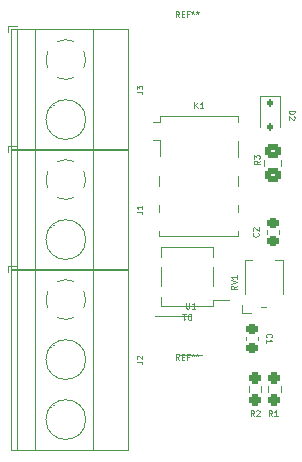
<source format=gbr>
%TF.GenerationSoftware,KiCad,Pcbnew,7.0.10*%
%TF.CreationDate,2024-02-14T16:45:12+01:00*%
%TF.ProjectId,turningLoopLDR,7475726e-696e-4674-9c6f-6f704c44522e,rev?*%
%TF.SameCoordinates,Original*%
%TF.FileFunction,Legend,Top*%
%TF.FilePolarity,Positive*%
%FSLAX46Y46*%
G04 Gerber Fmt 4.6, Leading zero omitted, Abs format (unit mm)*
G04 Created by KiCad (PCBNEW 7.0.10) date 2024-02-14 16:45:12*
%MOMM*%
%LPD*%
G01*
G04 APERTURE LIST*
G04 Aperture macros list*
%AMRoundRect*
0 Rectangle with rounded corners*
0 $1 Rounding radius*
0 $2 $3 $4 $5 $6 $7 $8 $9 X,Y pos of 4 corners*
0 Add a 4 corners polygon primitive as box body*
4,1,4,$2,$3,$4,$5,$6,$7,$8,$9,$2,$3,0*
0 Add four circle primitives for the rounded corners*
1,1,$1+$1,$2,$3*
1,1,$1+$1,$4,$5*
1,1,$1+$1,$6,$7*
1,1,$1+$1,$8,$9*
0 Add four rect primitives between the rounded corners*
20,1,$1+$1,$2,$3,$4,$5,0*
20,1,$1+$1,$4,$5,$6,$7,0*
20,1,$1+$1,$6,$7,$8,$9,0*
20,1,$1+$1,$8,$9,$2,$3,0*%
G04 Aperture macros list end*
%ADD10C,0.075000*%
%ADD11C,0.120000*%
%ADD12C,3.200000*%
%ADD13R,1.450000X0.450000*%
%ADD14R,1.200000X1.200000*%
%ADD15R,1.600000X1.500000*%
%ADD16RoundRect,0.250000X0.450000X-0.350000X0.450000X0.350000X-0.450000X0.350000X-0.450000X-0.350000X0*%
%ADD17RoundRect,0.237500X0.237500X-0.250000X0.237500X0.250000X-0.237500X0.250000X-0.237500X-0.250000X0*%
%ADD18R,1.800000X0.800000*%
%ADD19R,2.600000X2.600000*%
%ADD20C,2.600000*%
%ADD21RoundRect,0.112500X-0.112500X0.187500X-0.112500X-0.187500X0.112500X-0.187500X0.112500X0.187500X0*%
%ADD22R,1.000000X0.800000*%
%ADD23RoundRect,0.225000X0.250000X-0.225000X0.250000X0.225000X-0.250000X0.225000X-0.250000X-0.225000X0*%
%ADD24RoundRect,0.225000X-0.250000X0.225000X-0.250000X-0.225000X0.250000X-0.225000X0.250000X0.225000X0*%
G04 APERTURE END LIST*
D10*
X191833333Y-160027409D02*
X191666667Y-159789314D01*
X191547619Y-160027409D02*
X191547619Y-159527409D01*
X191547619Y-159527409D02*
X191738095Y-159527409D01*
X191738095Y-159527409D02*
X191785714Y-159551219D01*
X191785714Y-159551219D02*
X191809524Y-159575028D01*
X191809524Y-159575028D02*
X191833333Y-159622647D01*
X191833333Y-159622647D02*
X191833333Y-159694076D01*
X191833333Y-159694076D02*
X191809524Y-159741695D01*
X191809524Y-159741695D02*
X191785714Y-159765504D01*
X191785714Y-159765504D02*
X191738095Y-159789314D01*
X191738095Y-159789314D02*
X191547619Y-159789314D01*
X192047619Y-159765504D02*
X192214286Y-159765504D01*
X192285714Y-160027409D02*
X192047619Y-160027409D01*
X192047619Y-160027409D02*
X192047619Y-159527409D01*
X192047619Y-159527409D02*
X192285714Y-159527409D01*
X192666667Y-159765504D02*
X192500000Y-159765504D01*
X192500000Y-160027409D02*
X192500000Y-159527409D01*
X192500000Y-159527409D02*
X192738095Y-159527409D01*
X193000000Y-159527409D02*
X193000000Y-159646457D01*
X192880952Y-159598838D02*
X193000000Y-159646457D01*
X193000000Y-159646457D02*
X193119047Y-159598838D01*
X192928571Y-159741695D02*
X193000000Y-159646457D01*
X193000000Y-159646457D02*
X193071428Y-159741695D01*
X193380952Y-159527409D02*
X193380952Y-159646457D01*
X193261904Y-159598838D02*
X193380952Y-159646457D01*
X193380952Y-159646457D02*
X193499999Y-159598838D01*
X193309523Y-159741695D02*
X193380952Y-159646457D01*
X193380952Y-159646457D02*
X193452380Y-159741695D01*
X191833333Y-131027409D02*
X191666667Y-130789314D01*
X191547619Y-131027409D02*
X191547619Y-130527409D01*
X191547619Y-130527409D02*
X191738095Y-130527409D01*
X191738095Y-130527409D02*
X191785714Y-130551219D01*
X191785714Y-130551219D02*
X191809524Y-130575028D01*
X191809524Y-130575028D02*
X191833333Y-130622647D01*
X191833333Y-130622647D02*
X191833333Y-130694076D01*
X191833333Y-130694076D02*
X191809524Y-130741695D01*
X191809524Y-130741695D02*
X191785714Y-130765504D01*
X191785714Y-130765504D02*
X191738095Y-130789314D01*
X191738095Y-130789314D02*
X191547619Y-130789314D01*
X192047619Y-130765504D02*
X192214286Y-130765504D01*
X192285714Y-131027409D02*
X192047619Y-131027409D01*
X192047619Y-131027409D02*
X192047619Y-130527409D01*
X192047619Y-130527409D02*
X192285714Y-130527409D01*
X192666667Y-130765504D02*
X192500000Y-130765504D01*
X192500000Y-131027409D02*
X192500000Y-130527409D01*
X192500000Y-130527409D02*
X192738095Y-130527409D01*
X193000000Y-130527409D02*
X193000000Y-130646457D01*
X192880952Y-130598838D02*
X193000000Y-130646457D01*
X193000000Y-130646457D02*
X193119047Y-130598838D01*
X192928571Y-130741695D02*
X193000000Y-130646457D01*
X193000000Y-130646457D02*
X193071428Y-130741695D01*
X193380952Y-130527409D02*
X193380952Y-130646457D01*
X193261904Y-130598838D02*
X193380952Y-130646457D01*
X193380952Y-130646457D02*
X193499999Y-130598838D01*
X193309523Y-130741695D02*
X193380952Y-130646457D01*
X193380952Y-130646457D02*
X193452380Y-130741695D01*
X192419047Y-155202409D02*
X192419047Y-155607171D01*
X192419047Y-155607171D02*
X192442857Y-155654790D01*
X192442857Y-155654790D02*
X192466666Y-155678600D01*
X192466666Y-155678600D02*
X192514285Y-155702409D01*
X192514285Y-155702409D02*
X192609523Y-155702409D01*
X192609523Y-155702409D02*
X192657142Y-155678600D01*
X192657142Y-155678600D02*
X192680952Y-155654790D01*
X192680952Y-155654790D02*
X192704761Y-155607171D01*
X192704761Y-155607171D02*
X192704761Y-155202409D01*
X193204762Y-155702409D02*
X192919048Y-155702409D01*
X193061905Y-155702409D02*
X193061905Y-155202409D01*
X193061905Y-155202409D02*
X193014286Y-155273838D01*
X193014286Y-155273838D02*
X192966667Y-155321457D01*
X192966667Y-155321457D02*
X192919048Y-155345266D01*
X196727409Y-153797618D02*
X196489314Y-153964284D01*
X196727409Y-154083332D02*
X196227409Y-154083332D01*
X196227409Y-154083332D02*
X196227409Y-153892856D01*
X196227409Y-153892856D02*
X196251219Y-153845237D01*
X196251219Y-153845237D02*
X196275028Y-153821427D01*
X196275028Y-153821427D02*
X196322647Y-153797618D01*
X196322647Y-153797618D02*
X196394076Y-153797618D01*
X196394076Y-153797618D02*
X196441695Y-153821427D01*
X196441695Y-153821427D02*
X196465504Y-153845237D01*
X196465504Y-153845237D02*
X196489314Y-153892856D01*
X196489314Y-153892856D02*
X196489314Y-154083332D01*
X196227409Y-153654760D02*
X196727409Y-153488094D01*
X196727409Y-153488094D02*
X196227409Y-153321427D01*
X196727409Y-152892856D02*
X196727409Y-153178570D01*
X196727409Y-153035713D02*
X196227409Y-153035713D01*
X196227409Y-153035713D02*
X196298838Y-153083332D01*
X196298838Y-153083332D02*
X196346457Y-153130951D01*
X196346457Y-153130951D02*
X196370266Y-153178570D01*
X198665409Y-143183333D02*
X198427314Y-143349999D01*
X198665409Y-143469047D02*
X198165409Y-143469047D01*
X198165409Y-143469047D02*
X198165409Y-143278571D01*
X198165409Y-143278571D02*
X198189219Y-143230952D01*
X198189219Y-143230952D02*
X198213028Y-143207142D01*
X198213028Y-143207142D02*
X198260647Y-143183333D01*
X198260647Y-143183333D02*
X198332076Y-143183333D01*
X198332076Y-143183333D02*
X198379695Y-143207142D01*
X198379695Y-143207142D02*
X198403504Y-143230952D01*
X198403504Y-143230952D02*
X198427314Y-143278571D01*
X198427314Y-143278571D02*
X198427314Y-143469047D01*
X198165409Y-143016666D02*
X198165409Y-142707142D01*
X198165409Y-142707142D02*
X198355885Y-142873809D01*
X198355885Y-142873809D02*
X198355885Y-142802380D01*
X198355885Y-142802380D02*
X198379695Y-142754761D01*
X198379695Y-142754761D02*
X198403504Y-142730952D01*
X198403504Y-142730952D02*
X198451123Y-142707142D01*
X198451123Y-142707142D02*
X198570171Y-142707142D01*
X198570171Y-142707142D02*
X198617790Y-142730952D01*
X198617790Y-142730952D02*
X198641600Y-142754761D01*
X198641600Y-142754761D02*
X198665409Y-142802380D01*
X198665409Y-142802380D02*
X198665409Y-142945237D01*
X198665409Y-142945237D02*
X198641600Y-142992856D01*
X198641600Y-142992856D02*
X198617790Y-143016666D01*
X198172666Y-164811409D02*
X198006000Y-164573314D01*
X197886952Y-164811409D02*
X197886952Y-164311409D01*
X197886952Y-164311409D02*
X198077428Y-164311409D01*
X198077428Y-164311409D02*
X198125047Y-164335219D01*
X198125047Y-164335219D02*
X198148857Y-164359028D01*
X198148857Y-164359028D02*
X198172666Y-164406647D01*
X198172666Y-164406647D02*
X198172666Y-164478076D01*
X198172666Y-164478076D02*
X198148857Y-164525695D01*
X198148857Y-164525695D02*
X198125047Y-164549504D01*
X198125047Y-164549504D02*
X198077428Y-164573314D01*
X198077428Y-164573314D02*
X197886952Y-164573314D01*
X198363143Y-164359028D02*
X198386952Y-164335219D01*
X198386952Y-164335219D02*
X198434571Y-164311409D01*
X198434571Y-164311409D02*
X198553619Y-164311409D01*
X198553619Y-164311409D02*
X198601238Y-164335219D01*
X198601238Y-164335219D02*
X198625047Y-164359028D01*
X198625047Y-164359028D02*
X198648857Y-164406647D01*
X198648857Y-164406647D02*
X198648857Y-164454266D01*
X198648857Y-164454266D02*
X198625047Y-164525695D01*
X198625047Y-164525695D02*
X198339333Y-164811409D01*
X198339333Y-164811409D02*
X198648857Y-164811409D01*
X199696666Y-164811409D02*
X199530000Y-164573314D01*
X199410952Y-164811409D02*
X199410952Y-164311409D01*
X199410952Y-164311409D02*
X199601428Y-164311409D01*
X199601428Y-164311409D02*
X199649047Y-164335219D01*
X199649047Y-164335219D02*
X199672857Y-164359028D01*
X199672857Y-164359028D02*
X199696666Y-164406647D01*
X199696666Y-164406647D02*
X199696666Y-164478076D01*
X199696666Y-164478076D02*
X199672857Y-164525695D01*
X199672857Y-164525695D02*
X199649047Y-164549504D01*
X199649047Y-164549504D02*
X199601428Y-164573314D01*
X199601428Y-164573314D02*
X199410952Y-164573314D01*
X200172857Y-164811409D02*
X199887143Y-164811409D01*
X200030000Y-164811409D02*
X200030000Y-164311409D01*
X200030000Y-164311409D02*
X199982381Y-164382838D01*
X199982381Y-164382838D02*
X199934762Y-164430457D01*
X199934762Y-164430457D02*
X199887143Y-164454266D01*
X193130952Y-138727409D02*
X193130952Y-138227409D01*
X193416666Y-138727409D02*
X193202381Y-138441695D01*
X193416666Y-138227409D02*
X193130952Y-138513123D01*
X193892857Y-138727409D02*
X193607143Y-138727409D01*
X193750000Y-138727409D02*
X193750000Y-138227409D01*
X193750000Y-138227409D02*
X193702381Y-138298838D01*
X193702381Y-138298838D02*
X193654762Y-138346457D01*
X193654762Y-138346457D02*
X193607143Y-138370266D01*
X188232409Y-137326666D02*
X188589552Y-137326666D01*
X188589552Y-137326666D02*
X188660980Y-137350475D01*
X188660980Y-137350475D02*
X188708600Y-137398094D01*
X188708600Y-137398094D02*
X188732409Y-137469523D01*
X188732409Y-137469523D02*
X188732409Y-137517142D01*
X188232409Y-137136190D02*
X188232409Y-136826666D01*
X188232409Y-136826666D02*
X188422885Y-136993333D01*
X188422885Y-136993333D02*
X188422885Y-136921904D01*
X188422885Y-136921904D02*
X188446695Y-136874285D01*
X188446695Y-136874285D02*
X188470504Y-136850476D01*
X188470504Y-136850476D02*
X188518123Y-136826666D01*
X188518123Y-136826666D02*
X188637171Y-136826666D01*
X188637171Y-136826666D02*
X188684790Y-136850476D01*
X188684790Y-136850476D02*
X188708600Y-136874285D01*
X188708600Y-136874285D02*
X188732409Y-136921904D01*
X188732409Y-136921904D02*
X188732409Y-137064761D01*
X188732409Y-137064761D02*
X188708600Y-137112380D01*
X188708600Y-137112380D02*
X188684790Y-137136190D01*
X188232409Y-160186666D02*
X188589552Y-160186666D01*
X188589552Y-160186666D02*
X188660980Y-160210475D01*
X188660980Y-160210475D02*
X188708600Y-160258094D01*
X188708600Y-160258094D02*
X188732409Y-160329523D01*
X188732409Y-160329523D02*
X188732409Y-160377142D01*
X188280028Y-159972380D02*
X188256219Y-159948571D01*
X188256219Y-159948571D02*
X188232409Y-159900952D01*
X188232409Y-159900952D02*
X188232409Y-159781904D01*
X188232409Y-159781904D02*
X188256219Y-159734285D01*
X188256219Y-159734285D02*
X188280028Y-159710476D01*
X188280028Y-159710476D02*
X188327647Y-159686666D01*
X188327647Y-159686666D02*
X188375266Y-159686666D01*
X188375266Y-159686666D02*
X188446695Y-159710476D01*
X188446695Y-159710476D02*
X188732409Y-159996190D01*
X188732409Y-159996190D02*
X188732409Y-159686666D01*
X188232409Y-147486666D02*
X188589552Y-147486666D01*
X188589552Y-147486666D02*
X188660980Y-147510475D01*
X188660980Y-147510475D02*
X188708600Y-147558094D01*
X188708600Y-147558094D02*
X188732409Y-147629523D01*
X188732409Y-147629523D02*
X188732409Y-147677142D01*
X188732409Y-146986666D02*
X188732409Y-147272380D01*
X188732409Y-147129523D02*
X188232409Y-147129523D01*
X188232409Y-147129523D02*
X188303838Y-147177142D01*
X188303838Y-147177142D02*
X188351457Y-147224761D01*
X188351457Y-147224761D02*
X188375266Y-147272380D01*
X201131590Y-138941952D02*
X201631590Y-138941952D01*
X201631590Y-138941952D02*
X201631590Y-139061000D01*
X201631590Y-139061000D02*
X201607780Y-139132428D01*
X201607780Y-139132428D02*
X201560161Y-139180047D01*
X201560161Y-139180047D02*
X201512542Y-139203857D01*
X201512542Y-139203857D02*
X201417304Y-139227666D01*
X201417304Y-139227666D02*
X201345876Y-139227666D01*
X201345876Y-139227666D02*
X201250638Y-139203857D01*
X201250638Y-139203857D02*
X201203019Y-139180047D01*
X201203019Y-139180047D02*
X201155400Y-139132428D01*
X201155400Y-139132428D02*
X201131590Y-139061000D01*
X201131590Y-139061000D02*
X201131590Y-138941952D01*
X201583971Y-139418143D02*
X201607780Y-139441952D01*
X201607780Y-139441952D02*
X201631590Y-139489571D01*
X201631590Y-139489571D02*
X201631590Y-139608619D01*
X201631590Y-139608619D02*
X201607780Y-139656238D01*
X201607780Y-139656238D02*
X201583971Y-139680047D01*
X201583971Y-139680047D02*
X201536352Y-139703857D01*
X201536352Y-139703857D02*
X201488733Y-139703857D01*
X201488733Y-139703857D02*
X201417304Y-139680047D01*
X201417304Y-139680047D02*
X201131590Y-139394333D01*
X201131590Y-139394333D02*
X201131590Y-139703857D01*
X192869047Y-156172590D02*
X192869047Y-156672590D01*
X192869047Y-156672590D02*
X192749999Y-156672590D01*
X192749999Y-156672590D02*
X192678571Y-156648780D01*
X192678571Y-156648780D02*
X192630952Y-156601161D01*
X192630952Y-156601161D02*
X192607142Y-156553542D01*
X192607142Y-156553542D02*
X192583333Y-156458304D01*
X192583333Y-156458304D02*
X192583333Y-156386876D01*
X192583333Y-156386876D02*
X192607142Y-156291638D01*
X192607142Y-156291638D02*
X192630952Y-156244019D01*
X192630952Y-156244019D02*
X192678571Y-156196400D01*
X192678571Y-156196400D02*
X192749999Y-156172590D01*
X192749999Y-156172590D02*
X192869047Y-156172590D01*
X192107142Y-156172590D02*
X192392856Y-156172590D01*
X192249999Y-156172590D02*
X192249999Y-156672590D01*
X192249999Y-156672590D02*
X192297618Y-156601161D01*
X192297618Y-156601161D02*
X192345237Y-156553542D01*
X192345237Y-156553542D02*
X192392856Y-156529733D01*
X198520790Y-149308333D02*
X198544600Y-149332142D01*
X198544600Y-149332142D02*
X198568409Y-149403571D01*
X198568409Y-149403571D02*
X198568409Y-149451190D01*
X198568409Y-149451190D02*
X198544600Y-149522618D01*
X198544600Y-149522618D02*
X198496980Y-149570237D01*
X198496980Y-149570237D02*
X198449361Y-149594047D01*
X198449361Y-149594047D02*
X198354123Y-149617856D01*
X198354123Y-149617856D02*
X198282695Y-149617856D01*
X198282695Y-149617856D02*
X198187457Y-149594047D01*
X198187457Y-149594047D02*
X198139838Y-149570237D01*
X198139838Y-149570237D02*
X198092219Y-149522618D01*
X198092219Y-149522618D02*
X198068409Y-149451190D01*
X198068409Y-149451190D02*
X198068409Y-149403571D01*
X198068409Y-149403571D02*
X198092219Y-149332142D01*
X198092219Y-149332142D02*
X198116028Y-149308333D01*
X198116028Y-149117856D02*
X198092219Y-149094047D01*
X198092219Y-149094047D02*
X198068409Y-149046428D01*
X198068409Y-149046428D02*
X198068409Y-148927380D01*
X198068409Y-148927380D02*
X198092219Y-148879761D01*
X198092219Y-148879761D02*
X198116028Y-148855952D01*
X198116028Y-148855952D02*
X198163647Y-148832142D01*
X198163647Y-148832142D02*
X198211266Y-148832142D01*
X198211266Y-148832142D02*
X198282695Y-148855952D01*
X198282695Y-148855952D02*
X198568409Y-149141666D01*
X198568409Y-149141666D02*
X198568409Y-148832142D01*
X199250209Y-158141666D02*
X199226400Y-158117857D01*
X199226400Y-158117857D02*
X199202590Y-158046428D01*
X199202590Y-158046428D02*
X199202590Y-157998809D01*
X199202590Y-157998809D02*
X199226400Y-157927381D01*
X199226400Y-157927381D02*
X199274019Y-157879762D01*
X199274019Y-157879762D02*
X199321638Y-157855952D01*
X199321638Y-157855952D02*
X199416876Y-157832143D01*
X199416876Y-157832143D02*
X199488304Y-157832143D01*
X199488304Y-157832143D02*
X199583542Y-157855952D01*
X199583542Y-157855952D02*
X199631161Y-157879762D01*
X199631161Y-157879762D02*
X199678780Y-157927381D01*
X199678780Y-157927381D02*
X199702590Y-157998809D01*
X199702590Y-157998809D02*
X199702590Y-158046428D01*
X199702590Y-158046428D02*
X199678780Y-158117857D01*
X199678780Y-158117857D02*
X199654971Y-158141666D01*
X199202590Y-158617857D02*
X199202590Y-158332143D01*
X199202590Y-158475000D02*
X199702590Y-158475000D01*
X199702590Y-158475000D02*
X199631161Y-158427381D01*
X199631161Y-158427381D02*
X199583542Y-158379762D01*
X199583542Y-158379762D02*
X199559733Y-158332143D01*
D11*
%TO.C,U1*%
X192800000Y-156355000D02*
X189800000Y-156355000D01*
X193800000Y-159595000D02*
X191800000Y-159595000D01*
%TO.C,RV1*%
X198800000Y-155600000D02*
X199200000Y-155600000D01*
X200600000Y-154500000D02*
X200600000Y-151600000D01*
X200600000Y-151600000D02*
X200000000Y-151600000D01*
X197200000Y-156100000D02*
X197900000Y-156100000D01*
X197400000Y-151600000D02*
X198000000Y-151600000D01*
X197200000Y-155400000D02*
X197200000Y-156100000D01*
X197400000Y-154500000D02*
X197400000Y-151600000D01*
%TO.C,R3*%
X199028000Y-143602064D02*
X199028000Y-143147936D01*
X200498000Y-143602064D02*
X200498000Y-143147936D01*
%TO.C,R2*%
X197716500Y-162754724D02*
X197716500Y-162245276D01*
X198761500Y-162754724D02*
X198761500Y-162245276D01*
%TO.C,R1*%
X199384500Y-162754724D02*
X199384500Y-162245276D01*
X200429500Y-162754724D02*
X200429500Y-162245276D01*
%TO.C,K1*%
X190160000Y-147500000D02*
X190160000Y-146900000D01*
X190160000Y-145300000D02*
X190160000Y-144500000D01*
X196860000Y-149100000D02*
X196860000Y-149600000D01*
X190200000Y-142810000D02*
X190200000Y-141410000D01*
X196860000Y-139400000D02*
X196860000Y-139900000D01*
X196860000Y-144500000D02*
X196860000Y-145300000D01*
X190200000Y-139910000D02*
X189600000Y-139910000D01*
X196860000Y-149600000D02*
X190160000Y-149600000D01*
X190200000Y-139410000D02*
X190200000Y-139910000D01*
X196860000Y-141500000D02*
X196860000Y-142900000D01*
X196860000Y-146900000D02*
X196860000Y-147500000D01*
X190160000Y-149600000D02*
X190160000Y-149100000D01*
X190200000Y-139410000D02*
X196860000Y-139400000D01*
X190200000Y-141410000D02*
X189600000Y-141410000D01*
%TO.C,J3*%
X183520000Y-140770000D02*
X183484000Y-140735000D01*
X179645000Y-132020000D02*
X179645000Y-142300000D01*
X187506000Y-142300000D02*
X177585000Y-142300000D01*
X177585000Y-132020000D02*
X177585000Y-142300000D01*
X184546000Y-132020000D02*
X184546000Y-142300000D01*
X177345000Y-131780000D02*
X177345000Y-132280000D01*
X181006000Y-138666000D02*
X180971000Y-138631000D01*
X183314000Y-140975000D02*
X183268000Y-140928000D01*
X178145000Y-132020000D02*
X178145000Y-142300000D01*
X178085000Y-131780000D02*
X177345000Y-131780000D01*
X181222000Y-138473000D02*
X181176000Y-138426000D01*
X187506000Y-132020000D02*
X177585000Y-132020000D01*
X187506000Y-132020000D02*
X187506000Y-142300000D01*
X180710001Y-133936000D02*
G75*
G03*
X180564748Y-134648805I1535000J-683999D01*
G01*
X180565001Y-134620000D02*
G75*
G03*
X180710245Y-135303318I1679999J0D01*
G01*
X183779999Y-135303999D02*
G75*
G03*
X183780426Y-133936958I-1534992J684000D01*
G01*
X182928999Y-133085001D02*
G75*
G03*
X181561958Y-133084574I-684000J-1534992D01*
G01*
X181561000Y-136155000D02*
G75*
G03*
X182928042Y-136155426I684000J1535000D01*
G01*
X183925000Y-139700000D02*
G75*
G03*
X180565000Y-139700000I-1680000J0D01*
G01*
X180565000Y-139700000D02*
G75*
G03*
X183925000Y-139700000I1680000J0D01*
G01*
%TO.C,J2*%
X177585000Y-152340000D02*
X177585000Y-167700000D01*
X178085000Y-152100000D02*
X177345000Y-152100000D01*
X187506000Y-152340000D02*
X187506000Y-167700000D01*
X184546000Y-152340000D02*
X184546000Y-167700000D01*
X183314000Y-166375000D02*
X183268000Y-166328000D01*
X187506000Y-152340000D02*
X177585000Y-152340000D01*
X178145000Y-152340000D02*
X178145000Y-167700000D01*
X187506000Y-167700000D02*
X177585000Y-167700000D01*
X181006000Y-158986000D02*
X180971000Y-158951000D01*
X181222000Y-158793000D02*
X181176000Y-158746000D01*
X181222000Y-163873000D02*
X181176000Y-163826000D01*
X183520000Y-161090000D02*
X183484000Y-161055000D01*
X177345000Y-152100000D02*
X177345000Y-152600000D01*
X183520000Y-166170000D02*
X183484000Y-166135000D01*
X181006000Y-164066000D02*
X180971000Y-164031000D01*
X183314000Y-161295000D02*
X183268000Y-161248000D01*
X179645000Y-152340000D02*
X179645000Y-167700000D01*
X182928999Y-153405001D02*
G75*
G03*
X181561958Y-153404574I-684000J-1534992D01*
G01*
X181561000Y-156475000D02*
G75*
G03*
X182928042Y-156475426I684000J1535000D01*
G01*
X183779999Y-155623999D02*
G75*
G03*
X183780426Y-154256958I-1534992J684000D01*
G01*
X180710001Y-154256000D02*
G75*
G03*
X180564748Y-154968805I1535000J-683999D01*
G01*
X180565001Y-154940000D02*
G75*
G03*
X180710245Y-155623318I1679999J0D01*
G01*
X183925000Y-165100000D02*
G75*
G03*
X180565000Y-165100000I-1680000J0D01*
G01*
X180565000Y-165100000D02*
G75*
G03*
X183925000Y-165100000I1680000J0D01*
G01*
X183925000Y-160020000D02*
G75*
G03*
X180565000Y-160020000I-1680000J0D01*
G01*
X180565000Y-160020000D02*
G75*
G03*
X183925000Y-160020000I1680000J0D01*
G01*
%TO.C,J1*%
X183520000Y-150930000D02*
X183484000Y-150895000D01*
X179645000Y-142180000D02*
X179645000Y-152460000D01*
X187506000Y-152460000D02*
X177585000Y-152460000D01*
X177585000Y-142180000D02*
X177585000Y-152460000D01*
X184546000Y-142180000D02*
X184546000Y-152460000D01*
X177345000Y-141940000D02*
X177345000Y-142440000D01*
X181006000Y-148826000D02*
X180971000Y-148791000D01*
X183314000Y-151135000D02*
X183268000Y-151088000D01*
X178145000Y-142180000D02*
X178145000Y-152460000D01*
X178085000Y-141940000D02*
X177345000Y-141940000D01*
X181222000Y-148633000D02*
X181176000Y-148586000D01*
X187506000Y-142180000D02*
X177585000Y-142180000D01*
X187506000Y-142180000D02*
X187506000Y-152460000D01*
X180710001Y-144096000D02*
G75*
G03*
X180564748Y-144808805I1535000J-683999D01*
G01*
X180565001Y-144780000D02*
G75*
G03*
X180710245Y-145463318I1679999J0D01*
G01*
X183779999Y-145463999D02*
G75*
G03*
X183780426Y-144096958I-1534992J684000D01*
G01*
X182928999Y-143245001D02*
G75*
G03*
X181561958Y-143244574I-684000J-1534992D01*
G01*
X181561000Y-146315000D02*
G75*
G03*
X182928042Y-146315426I684000J1535000D01*
G01*
X183925000Y-149860000D02*
G75*
G03*
X180565000Y-149860000I-1680000J0D01*
G01*
X180565000Y-149860000D02*
G75*
G03*
X183925000Y-149860000I1680000J0D01*
G01*
%TO.C,D2*%
X200359000Y-137701000D02*
X198659000Y-137701000D01*
X198659000Y-137701000D02*
X198659000Y-140361000D01*
X200359000Y-137701000D02*
X200359000Y-140361000D01*
%TO.C,D1*%
X190300000Y-155500000D02*
X194700000Y-155500000D01*
X190300000Y-153800000D02*
X190300000Y-152200000D01*
X194700000Y-153800000D02*
X194700000Y-152200000D01*
X190300000Y-154700000D02*
X190300000Y-155500000D01*
X194700000Y-155000000D02*
X196100000Y-155000000D01*
X194700000Y-155500000D02*
X194700000Y-155000000D01*
X190300000Y-151300000D02*
X190300000Y-150500000D01*
X194700000Y-150500000D02*
X194700000Y-151300000D01*
X190300000Y-150500000D02*
X194700000Y-150500000D01*
%TO.C,C2*%
X200281000Y-149365580D02*
X200281000Y-149084420D01*
X199261000Y-149365580D02*
X199261000Y-149084420D01*
%TO.C,C1*%
X197490000Y-158084420D02*
X197490000Y-158365580D01*
X198510000Y-158084420D02*
X198510000Y-158365580D01*
%TD*%
%LPC*%
D12*
%TO.C,REF\u002A\u002A*%
X192500000Y-164000000D03*
%TD*%
%TO.C,REF\u002A\u002A*%
X192500000Y-135000000D03*
%TD*%
D13*
%TO.C,U1*%
X190600000Y-157000000D03*
X190600000Y-157650000D03*
X190600000Y-158300000D03*
X190600000Y-158950000D03*
X195000000Y-158950000D03*
X195000000Y-158300000D03*
X195000000Y-157650000D03*
X195000000Y-157000000D03*
%TD*%
D14*
%TO.C,RV1*%
X198000000Y-155300000D03*
D15*
X199000000Y-152050000D03*
D14*
X200000000Y-155300000D03*
%TD*%
D16*
%TO.C,R3*%
X199763000Y-144375000D03*
X199763000Y-142375000D03*
%TD*%
D17*
%TO.C,R2*%
X198239000Y-163412500D03*
X198239000Y-161587500D03*
%TD*%
%TO.C,R1*%
X199907000Y-163412500D03*
X199907000Y-161587500D03*
%TD*%
D18*
%TO.C,K1*%
X190000000Y-140700000D03*
X190000000Y-143900000D03*
X190000000Y-146100000D03*
X190000000Y-148300000D03*
X197000000Y-148300000D03*
X197000000Y-146100000D03*
X197000000Y-143900000D03*
X197000000Y-140700000D03*
%TD*%
D19*
%TO.C,J3*%
X182245000Y-134620000D03*
D20*
X182245000Y-139700000D03*
%TD*%
D19*
%TO.C,J2*%
X182245000Y-154940000D03*
D20*
X182245000Y-160020000D03*
X182245000Y-165100000D03*
%TD*%
D19*
%TO.C,J1*%
X182245000Y-144780000D03*
D20*
X182245000Y-149860000D03*
%TD*%
D21*
%TO.C,D2*%
X199509000Y-138261000D03*
X199509000Y-140361000D03*
%TD*%
D22*
%TO.C,D1*%
X195575000Y-154270000D03*
X195575000Y-151730000D03*
X189425000Y-151730000D03*
X189425000Y-154270000D03*
%TD*%
D23*
%TO.C,C2*%
X199771000Y-150000000D03*
X199771000Y-148450000D03*
%TD*%
D24*
%TO.C,C1*%
X198000000Y-157450000D03*
X198000000Y-159000000D03*
%TD*%
%LPD*%
M02*

</source>
